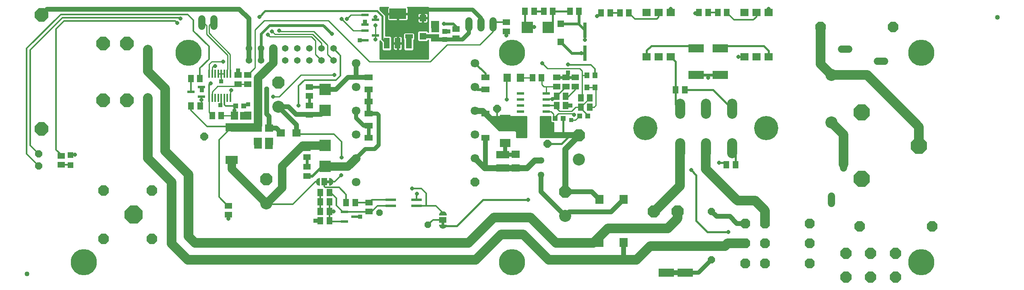
<source format=gtl>
G75*
%MOIN*%
%OFA0B0*%
%FSLAX25Y25*%
%IPPOS*%
%LPD*%
%AMOC8*
5,1,8,0,0,1.08239X$1,22.5*
%
%ADD10C,0.04000*%
%ADD11OC8,0.08850*%
%ADD12C,0.10000*%
%ADD13C,0.06000*%
%ADD14OC8,0.06000*%
%ADD15R,0.06693X0.04606*%
%ADD16R,0.12598X0.07087*%
%ADD17R,0.05118X0.05906*%
%ADD18R,0.07008X0.05984*%
%ADD19OC8,0.10000*%
%ADD20R,0.06693X0.07480*%
%ADD21C,0.05315*%
%ADD22OC8,0.08268*%
%ADD23C,0.07087*%
%ADD24OC8,0.07087*%
%ADD25OC8,0.13386*%
%ADD26OC8,0.11268*%
%ADD27C,0.20000*%
%ADD28OC8,0.08600*%
%ADD29OC8,0.15000*%
%ADD30C,0.08250*%
%ADD31R,0.01400X0.07100*%
%ADD32R,0.04331X0.03937*%
%ADD33R,0.05906X0.05118*%
%ADD34C,0.05906*%
%ADD35R,0.05512X0.05512*%
%ADD36R,0.04799X0.08799*%
%ADD37R,0.14173X0.08661*%
%ADD38R,0.06299X0.07087*%
%ADD39R,0.07087X0.06299*%
%ADD40R,0.03937X0.04331*%
%ADD41C,0.05400*%
%ADD42OC8,0.06496*%
%ADD43R,0.09843X0.07087*%
%ADD44R,0.09449X0.09449*%
%ADD45OC8,0.05400*%
%ADD46R,0.08661X0.02362*%
%ADD47R,0.04724X0.04724*%
%ADD48R,0.08661X0.07087*%
%ADD49R,0.10630X0.06299*%
%ADD50R,0.06100X0.02400*%
%ADD51R,0.03937X0.04724*%
%ADD52R,0.07098X0.06299*%
%ADD53R,0.06299X0.07098*%
%ADD54R,0.06000X0.05000*%
%ADD55C,0.00100*%
%ADD56R,0.01000X0.03500*%
%ADD57R,0.01000X0.02000*%
%ADD58R,0.03000X0.12800*%
%ADD59R,0.06890X0.05906*%
%ADD60R,0.06000X0.02200*%
%ADD61R,0.05000X0.06000*%
%ADD62R,0.03500X0.01000*%
%ADD63R,0.02000X0.01000*%
%ADD64OC8,0.05906*%
%ADD65OC8,0.09055*%
%ADD66C,0.21654*%
%ADD67C,0.08000*%
%ADD68C,0.04000*%
%ADD69C,0.01600*%
%ADD70OC8,0.03175*%
%ADD71C,0.01200*%
%ADD72C,0.07000*%
%ADD73C,0.02400*%
%ADD74C,0.03200*%
%ADD75C,0.01000*%
%ADD76C,0.05000*%
%ADD77C,0.03000*%
%ADD78R,0.03175X0.03175*%
%ADD79OC8,0.03962*%
D10*
X0070510Y0071925D03*
X0873660Y0284524D03*
D11*
X0787449Y0276364D03*
X0727449Y0276364D03*
X0759699Y0111364D03*
X0819699Y0111364D03*
D12*
X0736449Y0197364D03*
X0736449Y0236734D03*
X0527449Y0166864D03*
X0515949Y0120114D03*
X0268699Y0130364D03*
X0278699Y0210364D03*
D13*
X0736449Y0136350D02*
X0736449Y0130350D01*
X0746449Y0159878D02*
X0746449Y0165878D01*
X0774213Y0248114D02*
X0780213Y0248114D01*
X0750686Y0258114D02*
X0744686Y0258114D01*
D14*
X0636949Y0123864D03*
X0636949Y0083864D03*
X0170668Y0217896D03*
X0170668Y0257896D03*
D15*
X0353412Y0234864D03*
X0353412Y0224864D03*
X0353412Y0214864D03*
X0353412Y0204864D03*
X0353412Y0194864D03*
X0353412Y0184864D03*
X0449987Y0184864D03*
X0449987Y0204864D03*
X0449987Y0224864D03*
X0449987Y0234864D03*
D16*
X0624449Y0236841D03*
X0644449Y0236591D03*
X0644449Y0258638D03*
X0624449Y0258888D03*
X0615449Y0095138D03*
X0599699Y0095138D03*
X0599699Y0073091D03*
X0615449Y0073091D03*
D17*
X0649459Y0162364D03*
X0656940Y0162364D03*
X0536440Y0210114D03*
X0528959Y0210114D03*
X0528959Y0217864D03*
X0536440Y0217864D03*
X0516440Y0219114D03*
X0508959Y0219114D03*
X0508959Y0211364D03*
X0516440Y0211364D03*
X0496440Y0234364D03*
X0488959Y0234364D03*
X0607459Y0224364D03*
X0614940Y0224364D03*
X0626709Y0288364D03*
X0634190Y0288364D03*
X0642209Y0288364D03*
X0649690Y0288364D03*
X0568690Y0288114D03*
X0561209Y0288114D03*
X0553190Y0288114D03*
X0545709Y0288114D03*
X0527440Y0289364D03*
X0519959Y0289364D03*
X0505690Y0289364D03*
X0498209Y0289364D03*
X0490190Y0289364D03*
X0482709Y0289364D03*
X0231440Y0203114D03*
X0223959Y0203114D03*
X0213940Y0211114D03*
X0206459Y0211114D03*
X0206209Y0233864D03*
X0213690Y0233864D03*
X0313459Y0139364D03*
X0320940Y0139364D03*
X0320940Y0131614D03*
X0313459Y0131614D03*
X0313459Y0123864D03*
X0320940Y0123864D03*
X0320940Y0116114D03*
X0313459Y0116114D03*
X0334709Y0131114D03*
X0342190Y0131114D03*
D18*
X0583449Y0251827D03*
X0593449Y0251827D03*
X0603449Y0251827D03*
X0664199Y0251827D03*
X0674199Y0251827D03*
X0684199Y0251827D03*
X0684199Y0288402D03*
X0674199Y0288402D03*
X0664199Y0288402D03*
X0603449Y0288402D03*
X0593449Y0288402D03*
X0583449Y0288402D03*
D19*
X0527449Y0186864D03*
X0515949Y0140114D03*
X0589357Y0123614D03*
X0609042Y0123614D03*
X0278699Y0230364D03*
X0268699Y0150364D03*
D20*
X0544410Y0133581D03*
X0564489Y0133581D03*
X0564489Y0098148D03*
X0544410Y0098148D03*
D21*
X0495949Y0154209D03*
X0495949Y0166020D03*
D22*
X0664932Y0113900D03*
X0681467Y0113900D03*
X0718199Y0113900D03*
X0718199Y0097364D03*
X0681467Y0097364D03*
X0664932Y0097364D03*
X0664932Y0080829D03*
X0681467Y0080829D03*
X0718199Y0080829D03*
D23*
X0441412Y0167837D03*
X0441412Y0187522D03*
X0441412Y0207207D03*
X0441412Y0226892D03*
X0441412Y0246577D03*
X0342987Y0246577D03*
X0342987Y0226892D03*
X0342987Y0207207D03*
X0342987Y0187522D03*
X0342987Y0167837D03*
X0342987Y0148152D03*
D24*
X0441412Y0148152D03*
D25*
X0761455Y0150665D03*
X0808699Y0178224D03*
X0761455Y0205783D03*
D26*
X0153188Y0215626D03*
X0133503Y0215626D03*
X0082715Y0192004D03*
X0133503Y0262870D03*
X0153188Y0262870D03*
X0082715Y0286492D03*
D27*
X0582449Y0192614D03*
X0682449Y0192614D03*
D28*
X0174054Y0141138D03*
X0134054Y0141138D03*
X0134054Y0101138D03*
X0174054Y0101138D03*
D29*
X0159093Y0121138D03*
D30*
X0610949Y0172239D02*
X0610949Y0180489D01*
X0632449Y0180489D02*
X0632449Y0172239D01*
X0653949Y0172239D02*
X0653949Y0180489D01*
X0653949Y0204739D02*
X0653949Y0212989D01*
X0632449Y0212989D02*
X0632449Y0204739D01*
X0610949Y0204739D02*
X0610949Y0212989D01*
D31*
X0238963Y0217629D03*
X0236463Y0217629D03*
X0233963Y0217629D03*
X0231463Y0217629D03*
X0228963Y0217629D03*
X0226463Y0217629D03*
X0223963Y0217629D03*
X0221463Y0217629D03*
X0221463Y0237729D03*
X0223963Y0237729D03*
X0226463Y0237729D03*
X0228963Y0237729D03*
X0231463Y0237729D03*
X0233963Y0237729D03*
X0236463Y0237729D03*
X0238963Y0237729D03*
D32*
X0243353Y0211114D03*
X0250046Y0211114D03*
X0507603Y0200864D03*
X0514296Y0200864D03*
X0527853Y0202864D03*
X0534546Y0202864D03*
D33*
X0524449Y0227124D03*
X0516699Y0227124D03*
X0508949Y0227124D03*
X0508949Y0234604D03*
X0516699Y0234604D03*
X0524449Y0234604D03*
X0425699Y0267124D03*
X0425699Y0274604D03*
X0467199Y0272874D03*
X0467199Y0280354D03*
X0304199Y0226854D03*
X0304199Y0219374D03*
X0304199Y0211354D03*
X0304199Y0203874D03*
X0253199Y0229124D03*
X0245449Y0229124D03*
X0245449Y0236604D03*
X0253199Y0236604D03*
X0302449Y0176104D03*
X0302449Y0168624D03*
X0302449Y0160604D03*
X0302449Y0153124D03*
X0353699Y0131104D03*
X0353699Y0123624D03*
X0237308Y0121063D03*
X0237308Y0128543D03*
X0098949Y0162374D03*
X0098949Y0169854D03*
D34*
X0215199Y0277161D02*
X0215199Y0283067D01*
X0225199Y0283067D02*
X0225199Y0277161D01*
X0436199Y0275661D02*
X0436199Y0281567D01*
X0446199Y0281567D02*
X0446199Y0275661D01*
X0456199Y0275661D02*
X0456199Y0281567D01*
D35*
X0512199Y0279094D03*
X0512199Y0264134D03*
X0398199Y0268884D03*
X0398199Y0283844D03*
D36*
X0386548Y0262913D03*
X0377449Y0262913D03*
X0368351Y0262913D03*
D37*
X0377449Y0287315D03*
D38*
X0253211Y0203114D03*
X0242188Y0203114D03*
D39*
X0261699Y0192626D03*
X0270949Y0192626D03*
X0270949Y0181602D03*
X0261699Y0181602D03*
X0408449Y0267352D03*
X0408449Y0278376D03*
D40*
X0416449Y0272711D03*
X0416449Y0266018D03*
D41*
X0324199Y0258614D03*
X0314199Y0258614D03*
X0304199Y0258614D03*
X0294199Y0258614D03*
X0284199Y0258614D03*
X0274199Y0258614D03*
X0264199Y0258614D03*
X0254199Y0258614D03*
X0254199Y0248614D03*
X0264199Y0248614D03*
X0274199Y0248614D03*
X0284199Y0248614D03*
X0294199Y0248614D03*
X0304199Y0248614D03*
X0314199Y0248614D03*
X0324199Y0248614D03*
D42*
X0459699Y0208864D03*
X0501449Y0179614D03*
X0217199Y0185864D03*
D43*
X0239949Y0193447D03*
X0239949Y0166281D03*
D44*
X0317199Y0160953D03*
X0317199Y0178276D03*
X0317199Y0207453D03*
X0317199Y0224776D03*
X0484788Y0276114D03*
X0502111Y0276114D03*
D45*
X0362449Y0122614D03*
X0402449Y0112614D03*
D46*
X0393079Y0128364D03*
X0393079Y0133364D03*
X0371820Y0133364D03*
X0371820Y0128364D03*
D47*
X0106699Y0162230D03*
X0106699Y0170498D03*
D48*
X0466199Y0180325D03*
X0466199Y0200404D03*
D49*
X0464199Y0170876D03*
X0464199Y0159852D03*
D50*
X0479099Y0186364D03*
X0479099Y0191364D03*
X0479099Y0196364D03*
X0479099Y0201364D03*
X0479099Y0206364D03*
X0479099Y0211364D03*
X0479099Y0216364D03*
X0479099Y0221364D03*
X0500299Y0221364D03*
X0500299Y0216364D03*
X0500299Y0211364D03*
X0500299Y0206364D03*
X0500299Y0201364D03*
X0500299Y0196364D03*
X0500299Y0191364D03*
X0500299Y0186364D03*
D51*
X0533949Y0226246D03*
X0540699Y0226246D03*
X0540699Y0236482D03*
X0533949Y0236482D03*
D52*
X0474949Y0170963D03*
X0474949Y0159766D03*
D53*
X0479048Y0234364D03*
X0467851Y0234364D03*
D54*
X0414699Y0116864D03*
D55*
X0413699Y0114864D02*
X0415699Y0114864D01*
X0415699Y0112864D01*
X0417699Y0112864D01*
X0417642Y0112279D01*
X0417471Y0111716D01*
X0417194Y0111197D01*
X0416821Y0110743D01*
X0416366Y0110370D01*
X0415848Y0110093D01*
X0415285Y0109922D01*
X0414699Y0109864D01*
X0414114Y0109922D01*
X0413551Y0110093D01*
X0413033Y0110370D01*
X0412578Y0110743D01*
X0412205Y0111197D01*
X0411928Y0111716D01*
X0411757Y0112279D01*
X0411699Y0112864D01*
X0413699Y0112864D01*
X0413699Y0114864D01*
X0413699Y0114788D02*
X0415699Y0114788D01*
X0415699Y0114689D02*
X0413699Y0114689D01*
X0413699Y0114591D02*
X0415699Y0114591D01*
X0415699Y0114492D02*
X0413699Y0114492D01*
X0413699Y0114394D02*
X0415699Y0114394D01*
X0415699Y0114295D02*
X0413699Y0114295D01*
X0413699Y0114197D02*
X0415699Y0114197D01*
X0415699Y0114098D02*
X0413699Y0114098D01*
X0413699Y0114000D02*
X0415699Y0114000D01*
X0415699Y0113901D02*
X0413699Y0113901D01*
X0413699Y0113803D02*
X0415699Y0113803D01*
X0415699Y0113704D02*
X0413699Y0113704D01*
X0413699Y0113606D02*
X0415699Y0113606D01*
X0415699Y0113507D02*
X0413699Y0113507D01*
X0413699Y0113409D02*
X0415699Y0113409D01*
X0415699Y0113310D02*
X0413699Y0113310D01*
X0413699Y0113212D02*
X0415699Y0113212D01*
X0415699Y0113113D02*
X0413699Y0113113D01*
X0413699Y0113015D02*
X0415699Y0113015D01*
X0415699Y0112916D02*
X0413699Y0112916D01*
X0411714Y0112719D02*
X0417685Y0112719D01*
X0417676Y0112621D02*
X0411723Y0112621D01*
X0411733Y0112522D02*
X0417666Y0112522D01*
X0417656Y0112424D02*
X0411743Y0112424D01*
X0411753Y0112325D02*
X0417646Y0112325D01*
X0417626Y0112227D02*
X0411773Y0112227D01*
X0411803Y0112128D02*
X0417596Y0112128D01*
X0417566Y0112030D02*
X0411833Y0112030D01*
X0411863Y0111931D02*
X0417536Y0111931D01*
X0417506Y0111833D02*
X0411892Y0111833D01*
X0411922Y0111734D02*
X0417477Y0111734D01*
X0417428Y0111636D02*
X0411971Y0111636D01*
X0412024Y0111537D02*
X0417375Y0111537D01*
X0417323Y0111439D02*
X0412076Y0111439D01*
X0412129Y0111340D02*
X0417270Y0111340D01*
X0417217Y0111242D02*
X0412181Y0111242D01*
X0412250Y0111143D02*
X0417149Y0111143D01*
X0417068Y0111045D02*
X0412331Y0111045D01*
X0412411Y0110946D02*
X0416988Y0110946D01*
X0416907Y0110848D02*
X0412492Y0110848D01*
X0412573Y0110749D02*
X0416826Y0110749D01*
X0416708Y0110650D02*
X0412691Y0110650D01*
X0412811Y0110552D02*
X0416588Y0110552D01*
X0416468Y0110453D02*
X0412931Y0110453D01*
X0413060Y0110355D02*
X0416338Y0110355D01*
X0416154Y0110256D02*
X0413245Y0110256D01*
X0413429Y0110158D02*
X0415970Y0110158D01*
X0415738Y0110059D02*
X0413661Y0110059D01*
X0413985Y0109961D02*
X0415414Y0109961D01*
X0417695Y0112818D02*
X0411704Y0112818D01*
X0411699Y0120864D02*
X0411757Y0121449D01*
X0411928Y0122012D01*
X0412205Y0122531D01*
X0412578Y0122985D01*
X0413033Y0123359D01*
X0413551Y0123636D01*
X0414114Y0123807D01*
X0414699Y0123864D01*
X0415285Y0123807D01*
X0415848Y0123636D01*
X0416366Y0123359D01*
X0416821Y0122985D01*
X0417194Y0122531D01*
X0417471Y0122012D01*
X0417642Y0121449D01*
X0417699Y0120864D01*
X0411699Y0120864D01*
X0411703Y0120896D02*
X0417696Y0120896D01*
X0417687Y0120994D02*
X0411712Y0120994D01*
X0411722Y0121093D02*
X0417677Y0121093D01*
X0417667Y0121191D02*
X0411732Y0121191D01*
X0411741Y0121290D02*
X0417658Y0121290D01*
X0417648Y0121388D02*
X0411751Y0121388D01*
X0411768Y0121487D02*
X0417631Y0121487D01*
X0417601Y0121585D02*
X0411798Y0121585D01*
X0411828Y0121684D02*
X0417571Y0121684D01*
X0417541Y0121782D02*
X0411858Y0121782D01*
X0411888Y0121881D02*
X0417511Y0121881D01*
X0417481Y0121979D02*
X0411918Y0121979D01*
X0411963Y0122078D02*
X0417436Y0122078D01*
X0417383Y0122176D02*
X0412016Y0122176D01*
X0412068Y0122275D02*
X0417331Y0122275D01*
X0417278Y0122373D02*
X0412121Y0122373D01*
X0412173Y0122472D02*
X0417225Y0122472D01*
X0417161Y0122570D02*
X0412237Y0122570D01*
X0412318Y0122669D02*
X0417081Y0122669D01*
X0417000Y0122767D02*
X0412399Y0122767D01*
X0412480Y0122866D02*
X0416919Y0122866D01*
X0416838Y0122964D02*
X0412561Y0122964D01*
X0412672Y0123063D02*
X0416726Y0123063D01*
X0416606Y0123161D02*
X0412793Y0123161D01*
X0412913Y0123260D02*
X0416486Y0123260D01*
X0416366Y0123358D02*
X0413033Y0123358D01*
X0413217Y0123457D02*
X0416182Y0123457D01*
X0415998Y0123555D02*
X0413401Y0123555D01*
X0413611Y0123654D02*
X0415788Y0123654D01*
X0415463Y0123752D02*
X0413936Y0123752D01*
X0414566Y0123851D02*
X0414833Y0123851D01*
X0323709Y0147808D02*
X0323538Y0147246D01*
X0323261Y0146727D01*
X0322888Y0146272D01*
X0322433Y0145899D01*
X0321914Y0145622D01*
X0320766Y0145622D01*
X0320766Y0145721D02*
X0322099Y0145721D01*
X0322283Y0145819D02*
X0320766Y0145819D01*
X0320766Y0145918D02*
X0322455Y0145918D01*
X0322575Y0146016D02*
X0320766Y0146016D01*
X0320766Y0146115D02*
X0322695Y0146115D01*
X0322815Y0146213D02*
X0320766Y0146213D01*
X0320766Y0146312D02*
X0322920Y0146312D01*
X0323001Y0146410D02*
X0320766Y0146410D01*
X0320766Y0146509D02*
X0323082Y0146509D01*
X0323162Y0146607D02*
X0320766Y0146607D01*
X0320766Y0146706D02*
X0323243Y0146706D01*
X0323302Y0146804D02*
X0320766Y0146804D01*
X0320766Y0146903D02*
X0323355Y0146903D01*
X0323407Y0147001D02*
X0320766Y0147001D01*
X0320766Y0147100D02*
X0323460Y0147100D01*
X0323513Y0147198D02*
X0320766Y0147198D01*
X0320766Y0147297D02*
X0323554Y0147297D01*
X0323583Y0147395D02*
X0318766Y0147395D01*
X0318766Y0147394D02*
X0318766Y0149394D01*
X0320766Y0149394D01*
X0320766Y0151394D01*
X0321352Y0151336D01*
X0321914Y0151165D01*
X0322433Y0150888D01*
X0322888Y0150515D01*
X0323261Y0150060D01*
X0323538Y0149542D01*
X0323709Y0148979D01*
X0323766Y0148394D01*
X0323709Y0147808D01*
X0323703Y0147789D02*
X0318766Y0147789D01*
X0318766Y0147691D02*
X0323673Y0147691D01*
X0323643Y0147592D02*
X0318766Y0147592D01*
X0318766Y0147494D02*
X0323613Y0147494D01*
X0323717Y0147888D02*
X0318766Y0147888D01*
X0318766Y0147986D02*
X0323726Y0147986D01*
X0323736Y0148085D02*
X0318766Y0148085D01*
X0318766Y0148183D02*
X0323746Y0148183D01*
X0323755Y0148282D02*
X0318766Y0148282D01*
X0318766Y0148380D02*
X0323765Y0148380D01*
X0323758Y0148479D02*
X0318766Y0148479D01*
X0318766Y0148577D02*
X0323748Y0148577D01*
X0323739Y0148676D02*
X0318766Y0148676D01*
X0318766Y0148774D02*
X0323729Y0148774D01*
X0323719Y0148873D02*
X0318766Y0148873D01*
X0318766Y0148971D02*
X0323709Y0148971D01*
X0323681Y0149070D02*
X0318766Y0149070D01*
X0318766Y0149168D02*
X0323651Y0149168D01*
X0323621Y0149267D02*
X0318766Y0149267D01*
X0318766Y0149365D02*
X0323592Y0149365D01*
X0323562Y0149464D02*
X0320766Y0149464D01*
X0320766Y0149562D02*
X0323527Y0149562D01*
X0323474Y0149661D02*
X0320766Y0149661D01*
X0320766Y0149759D02*
X0323422Y0149759D01*
X0323369Y0149858D02*
X0320766Y0149858D01*
X0320766Y0149956D02*
X0323316Y0149956D01*
X0323264Y0150055D02*
X0320766Y0150055D01*
X0320766Y0150154D02*
X0323184Y0150154D01*
X0323104Y0150252D02*
X0320766Y0150252D01*
X0320766Y0150351D02*
X0323023Y0150351D01*
X0322942Y0150449D02*
X0320766Y0150449D01*
X0320766Y0150548D02*
X0322848Y0150548D01*
X0322728Y0150646D02*
X0320766Y0150646D01*
X0320766Y0150745D02*
X0322608Y0150745D01*
X0322488Y0150843D02*
X0320766Y0150843D01*
X0320766Y0150942D02*
X0322333Y0150942D01*
X0322149Y0151040D02*
X0320766Y0151040D01*
X0320766Y0151139D02*
X0321964Y0151139D01*
X0321678Y0151237D02*
X0320766Y0151237D01*
X0320766Y0151336D02*
X0321353Y0151336D01*
X0320766Y0147394D02*
X0318766Y0147394D01*
X0320766Y0147394D02*
X0320766Y0145394D01*
X0321352Y0145451D01*
X0321914Y0145622D01*
X0321590Y0145523D02*
X0320766Y0145523D01*
X0320766Y0145425D02*
X0321084Y0145425D01*
X0312766Y0145425D02*
X0312449Y0145425D01*
X0312181Y0145451D02*
X0311618Y0145622D01*
X0311100Y0145899D01*
X0310645Y0146272D01*
X0310272Y0146727D01*
X0309995Y0147246D01*
X0309824Y0147808D01*
X0309766Y0148394D01*
X0309824Y0148979D01*
X0309995Y0149542D01*
X0310272Y0150060D01*
X0310645Y0150515D01*
X0311100Y0150888D01*
X0311618Y0151165D01*
X0312181Y0151336D01*
X0312766Y0151394D01*
X0312766Y0145394D01*
X0312181Y0145451D01*
X0311943Y0145523D02*
X0312766Y0145523D01*
X0312766Y0145622D02*
X0311619Y0145622D01*
X0311434Y0145721D02*
X0312766Y0145721D01*
X0312766Y0145819D02*
X0311250Y0145819D01*
X0311077Y0145918D02*
X0312766Y0145918D01*
X0312766Y0146016D02*
X0310957Y0146016D01*
X0310837Y0146115D02*
X0312766Y0146115D01*
X0312766Y0146213D02*
X0310717Y0146213D01*
X0310613Y0146312D02*
X0312766Y0146312D01*
X0312766Y0146410D02*
X0310532Y0146410D01*
X0310451Y0146509D02*
X0312766Y0146509D01*
X0312766Y0146607D02*
X0310370Y0146607D01*
X0310290Y0146706D02*
X0312766Y0146706D01*
X0312766Y0146804D02*
X0310231Y0146804D01*
X0310178Y0146903D02*
X0312766Y0146903D01*
X0312766Y0147001D02*
X0310125Y0147001D01*
X0310073Y0147100D02*
X0312766Y0147100D01*
X0312766Y0147198D02*
X0310020Y0147198D01*
X0309979Y0147297D02*
X0312766Y0147297D01*
X0312766Y0147395D02*
X0309949Y0147395D01*
X0309920Y0147494D02*
X0312766Y0147494D01*
X0312766Y0147592D02*
X0309890Y0147592D01*
X0309860Y0147691D02*
X0312766Y0147691D01*
X0312766Y0147789D02*
X0309830Y0147789D01*
X0309816Y0147888D02*
X0312766Y0147888D01*
X0312766Y0147986D02*
X0309807Y0147986D01*
X0309797Y0148085D02*
X0312766Y0148085D01*
X0312766Y0148183D02*
X0309787Y0148183D01*
X0309777Y0148282D02*
X0312766Y0148282D01*
X0312766Y0148380D02*
X0309768Y0148380D01*
X0309775Y0148479D02*
X0312766Y0148479D01*
X0312766Y0148577D02*
X0309784Y0148577D01*
X0309794Y0148676D02*
X0312766Y0148676D01*
X0312766Y0148774D02*
X0309804Y0148774D01*
X0309814Y0148873D02*
X0312766Y0148873D01*
X0312766Y0148971D02*
X0309823Y0148971D01*
X0309852Y0149070D02*
X0312766Y0149070D01*
X0312766Y0149168D02*
X0309881Y0149168D01*
X0309911Y0149267D02*
X0312766Y0149267D01*
X0312766Y0149365D02*
X0309941Y0149365D01*
X0309971Y0149464D02*
X0312766Y0149464D01*
X0312766Y0149562D02*
X0310006Y0149562D01*
X0310058Y0149661D02*
X0312766Y0149661D01*
X0312766Y0149759D02*
X0310111Y0149759D01*
X0310164Y0149858D02*
X0312766Y0149858D01*
X0312766Y0149956D02*
X0310216Y0149956D01*
X0310269Y0150055D02*
X0312766Y0150055D01*
X0312766Y0150154D02*
X0310348Y0150154D01*
X0310429Y0150252D02*
X0312766Y0150252D01*
X0312766Y0150351D02*
X0310510Y0150351D01*
X0310591Y0150449D02*
X0312766Y0150449D01*
X0312766Y0150548D02*
X0310685Y0150548D01*
X0310805Y0150646D02*
X0312766Y0150646D01*
X0312766Y0150745D02*
X0310925Y0150745D01*
X0311045Y0150843D02*
X0312766Y0150843D01*
X0312766Y0150942D02*
X0311200Y0150942D01*
X0311384Y0151040D02*
X0312766Y0151040D01*
X0312766Y0151139D02*
X0311568Y0151139D01*
X0311855Y0151237D02*
X0312766Y0151237D01*
X0312766Y0151336D02*
X0312180Y0151336D01*
D56*
X0414699Y0111864D03*
D57*
X0414699Y0122614D03*
D58*
X0532199Y0254864D03*
X0532199Y0273864D03*
D59*
X0293601Y0188864D03*
X0280802Y0188864D03*
D60*
X0214949Y0218614D03*
X0206449Y0222614D03*
X0214949Y0226614D03*
X0350449Y0265364D03*
X0358949Y0269364D03*
X0350449Y0273364D03*
X0350449Y0278364D03*
X0358949Y0282364D03*
X0350449Y0286364D03*
X0333449Y0123364D03*
X0341949Y0119364D03*
X0333449Y0115364D03*
D61*
X0316766Y0148394D03*
D62*
X0321766Y0148394D03*
D63*
X0311016Y0148394D03*
D64*
X0080353Y0161413D03*
X0080353Y0171413D03*
D65*
X0748199Y0089049D03*
X0768699Y0089049D03*
X0789199Y0089049D03*
X0789199Y0069364D03*
X0768699Y0069364D03*
X0748199Y0069364D03*
D66*
X0810668Y0081768D03*
X0472085Y0081768D03*
X0117755Y0081768D03*
X0204369Y0254996D03*
X0472085Y0254996D03*
X0810668Y0254996D03*
D67*
X0765829Y0236734D02*
X0808699Y0193864D01*
X0808699Y0178224D01*
X0746449Y0187364D02*
X0746449Y0162878D01*
X0746449Y0187364D02*
X0736449Y0197364D01*
X0632449Y0176364D02*
X0632449Y0158864D01*
X0658699Y0132614D01*
X0673199Y0132614D01*
X0681467Y0124346D01*
X0681467Y0114132D01*
X0664932Y0097364D02*
X0650449Y0097364D01*
X0648223Y0095138D01*
X0615449Y0095138D01*
X0599699Y0095138D01*
X0586223Y0095138D01*
X0574949Y0083864D01*
X0564449Y0083864D01*
X0502449Y0083864D01*
X0481449Y0104864D01*
X0462949Y0104864D01*
X0441949Y0083864D01*
X0203699Y0083864D01*
X0190449Y0097114D01*
X0190449Y0148114D01*
X0179074Y0159489D01*
X0174668Y0163896D01*
X0170668Y0167896D01*
X0170668Y0217896D01*
X0184949Y0225364D02*
X0184949Y0173864D01*
X0204449Y0154364D01*
X0204449Y0103114D01*
X0209699Y0097864D01*
X0435949Y0097864D01*
X0456949Y0118864D01*
X0487449Y0118864D01*
X0508449Y0097864D01*
X0539449Y0097864D01*
X0551449Y0109864D01*
X0600949Y0109864D01*
X0609042Y0117957D01*
X0609042Y0123614D01*
X0589699Y0123614D02*
X0610949Y0144864D01*
X0610949Y0176364D01*
X0589699Y0123614D02*
X0589357Y0123614D01*
X0727449Y0245734D02*
X0736449Y0236734D01*
X0765829Y0236734D01*
X0727449Y0245734D02*
X0727449Y0276364D01*
X0184949Y0225364D02*
X0170668Y0239646D01*
X0170668Y0257896D01*
D68*
X0246449Y0291114D02*
X0254199Y0283364D01*
X0254199Y0258614D01*
X0254199Y0248614D01*
X0264199Y0248614D02*
X0264199Y0258614D01*
X0326449Y0224864D02*
X0336449Y0234864D01*
X0343449Y0234864D01*
X0342987Y0235327D01*
X0342987Y0246577D01*
X0343449Y0234864D02*
X0353412Y0234864D01*
X0326449Y0224864D02*
X0317288Y0224864D01*
X0317199Y0224776D01*
X0293199Y0204114D02*
X0286949Y0210364D01*
X0278699Y0210364D01*
X0293601Y0195463D01*
X0293601Y0188864D01*
X0280802Y0188864D02*
X0277040Y0192626D01*
X0270949Y0192626D01*
X0270949Y0202364D01*
X0268949Y0204364D01*
X0268949Y0225114D01*
X0313861Y0204114D02*
X0317199Y0207453D01*
X0313861Y0204114D02*
X0304199Y0204114D01*
X0304199Y0203874D01*
X0304199Y0204114D02*
X0293199Y0204114D01*
X0449987Y0184864D02*
X0449987Y0161065D01*
X0451199Y0159852D01*
X0495949Y0154209D02*
X0495949Y0140114D01*
X0515949Y0120114D01*
X0519199Y0123364D01*
X0553949Y0123364D01*
X0564166Y0133581D01*
X0564489Y0133581D01*
X0544410Y0133581D02*
X0537877Y0140114D01*
X0515949Y0140114D01*
X0539449Y0097864D02*
X0544127Y0097864D01*
X0544410Y0098148D01*
X0564489Y0098148D02*
X0564489Y0083904D01*
X0564449Y0083864D01*
X0599699Y0073091D02*
X0615449Y0073091D01*
X0657914Y0113900D02*
X0652199Y0119614D01*
X0641199Y0119614D01*
X0636949Y0123864D01*
X0657914Y0113900D02*
X0664914Y0113900D01*
X0246449Y0291114D02*
X0087337Y0291114D01*
X0082715Y0286492D01*
D69*
X0262949Y0284864D02*
X0267699Y0289614D01*
X0360449Y0289614D01*
X0364699Y0285364D01*
X0364699Y0266565D01*
X0368351Y0262913D01*
X0368351Y0261963D01*
X0368699Y0261614D01*
X0406949Y0273864D02*
X0408449Y0278376D01*
X0416449Y0272711D02*
X0419449Y0272614D01*
X0482709Y0278193D02*
X0484788Y0276114D01*
X0485038Y0276364D01*
X0490449Y0276364D01*
X0484788Y0276114D02*
X0484538Y0276364D01*
X0482709Y0278193D02*
X0482709Y0289364D01*
X0490190Y0289364D02*
X0498209Y0289364D01*
X0505690Y0289364D02*
X0519959Y0289364D01*
X0505690Y0289364D02*
X0505690Y0279693D01*
X0502111Y0276114D01*
X0583449Y0257114D02*
X0583449Y0251827D01*
X0583449Y0257114D02*
X0587199Y0260864D01*
X0626199Y0260864D01*
X0625949Y0260614D01*
X0624449Y0258888D01*
X0644449Y0258638D02*
X0644449Y0260114D01*
X0644949Y0260614D01*
X0680199Y0260614D01*
X0684199Y0256614D01*
X0684199Y0251827D01*
X0664199Y0251827D02*
X0659487Y0251827D01*
X0659449Y0251864D01*
X0607459Y0247817D02*
X0603449Y0251827D01*
X0607459Y0247817D02*
X0607459Y0224364D01*
X0607459Y0212354D01*
X0610949Y0208864D01*
X0614940Y0224364D02*
X0638449Y0224364D01*
X0653949Y0208864D01*
X0653949Y0176364D02*
X0656940Y0173374D01*
X0656940Y0162364D01*
X0649459Y0162364D02*
X0647709Y0164114D01*
X0643449Y0164114D01*
X0624449Y0153864D02*
X0620199Y0158114D01*
X0624449Y0153864D02*
X0624449Y0116114D01*
X0633699Y0106864D01*
X0650949Y0106864D01*
X0485449Y0133364D02*
X0447949Y0133364D01*
X0426449Y0111864D01*
X0414699Y0111864D01*
X0269449Y0177114D02*
X0269449Y0180102D01*
X0270949Y0181602D01*
X0242188Y0203114D02*
X0242188Y0207352D01*
X0242188Y0209699D01*
X0243353Y0211114D01*
X0242199Y0207364D02*
X0242188Y0207352D01*
X0441412Y0246577D02*
X0449987Y0238002D01*
X0449987Y0234864D01*
X0514296Y0200864D02*
X0514296Y0187268D01*
X0514449Y0187114D01*
X0520449Y0187114D02*
X0512949Y0179614D01*
X0501449Y0179614D01*
X0603487Y0288364D02*
X0603449Y0291364D01*
X0603449Y0288402D02*
X0603487Y0288364D01*
D70*
X0603449Y0291364D03*
X0623699Y0287864D03*
X0684449Y0291364D03*
X0659449Y0251864D03*
X0634449Y0234364D03*
X0529449Y0254864D03*
X0532199Y0265864D03*
X0490449Y0276364D03*
X0467199Y0269364D03*
X0415699Y0279114D03*
X0358949Y0277864D03*
X0358949Y0284614D03*
X0335449Y0283114D03*
X0330949Y0283114D03*
X0322949Y0270614D03*
X0358949Y0266114D03*
X0324949Y0236614D03*
X0274199Y0218614D03*
X0295449Y0211364D03*
X0242199Y0207364D03*
X0214949Y0216114D03*
X0239699Y0224114D03*
X0222699Y0229864D03*
X0226199Y0244114D03*
X0232949Y0247864D03*
X0269949Y0270114D03*
X0273449Y0272864D03*
X0279199Y0273364D03*
X0262949Y0284864D03*
X0197699Y0283364D03*
X0194949Y0279614D03*
X0467699Y0216364D03*
X0505199Y0216614D03*
X0523199Y0203864D03*
X0518449Y0245364D03*
X0496949Y0246364D03*
X0542449Y0285364D03*
X0330949Y0168364D03*
X0330699Y0153864D03*
X0389449Y0142614D03*
X0393199Y0138364D03*
X0324449Y0123864D03*
X0237199Y0117614D03*
X0110449Y0170614D03*
X0485449Y0133364D03*
X0620199Y0158114D03*
X0643449Y0164114D03*
X0650949Y0106864D03*
D71*
X0414699Y0116864D02*
X0406699Y0116864D01*
X0402449Y0112614D01*
X0414699Y0122614D02*
X0408829Y0128484D01*
X0400949Y0128484D01*
X0393079Y0128484D01*
X0393079Y0128364D01*
X0400949Y0128484D02*
X0400949Y0138614D01*
X0396949Y0142614D01*
X0389449Y0142614D01*
X0393199Y0138364D02*
X0393079Y0138244D01*
X0393079Y0133364D01*
X0371820Y0133364D02*
X0355959Y0133364D01*
X0353699Y0131104D01*
X0353690Y0131114D01*
X0342190Y0131114D01*
X0334709Y0131114D02*
X0334699Y0131124D01*
X0334699Y0137864D01*
X0328949Y0143614D01*
X0317449Y0143614D01*
X0316766Y0144297D01*
X0316766Y0148394D01*
X0321766Y0148394D02*
X0325229Y0148394D01*
X0330699Y0153864D01*
X0311016Y0148394D02*
X0309229Y0148394D01*
X0290699Y0129864D01*
X0269199Y0129864D01*
X0268699Y0130364D01*
X0237308Y0128543D02*
X0236770Y0128543D01*
X0229699Y0135614D01*
X0229699Y0183197D01*
X0239949Y0193447D01*
X0239282Y0194114D01*
X0219699Y0194114D01*
X0206449Y0207364D01*
X0206449Y0211104D01*
X0206459Y0211114D01*
X0213940Y0211114D02*
X0214949Y0212124D01*
X0221449Y0217643D02*
X0221463Y0217629D01*
X0221449Y0217643D02*
X0221449Y0228614D01*
X0222699Y0229864D01*
X0214949Y0226614D02*
X0215199Y0224864D01*
X0215199Y0224114D01*
X0206459Y0222624D02*
X0206449Y0222614D01*
X0206449Y0233624D01*
X0206209Y0233864D01*
X0213690Y0233864D02*
X0213690Y0242354D01*
X0221199Y0249864D01*
X0221199Y0260364D01*
X0208449Y0273114D01*
X0208449Y0282114D01*
X0203699Y0286864D01*
X0098699Y0286864D01*
X0070449Y0258614D01*
X0070449Y0171317D01*
X0080353Y0161413D01*
X0080353Y0162461D01*
X0098949Y0162374D02*
X0106556Y0162374D01*
X0106699Y0162230D01*
X0106699Y0170498D02*
X0110333Y0170498D01*
X0110449Y0170614D01*
X0098949Y0170614D02*
X0094699Y0174864D01*
X0094699Y0274864D01*
X0101199Y0281364D01*
X0193199Y0281364D01*
X0194949Y0279614D01*
X0197699Y0283364D02*
X0196949Y0284114D01*
X0099949Y0284114D01*
X0073199Y0257364D01*
X0073199Y0178567D01*
X0080353Y0171413D01*
X0098949Y0170614D02*
X0098949Y0169854D01*
X0230699Y0211614D02*
X0231463Y0212378D01*
X0231463Y0217629D01*
X0233949Y0217615D02*
X0233963Y0217629D01*
X0233949Y0217615D02*
X0233949Y0212114D01*
X0234949Y0211114D01*
X0243353Y0211114D01*
X0260032Y0193447D02*
X0260853Y0192626D01*
X0261699Y0192626D01*
X0293601Y0188864D02*
X0294851Y0187614D01*
X0324699Y0187614D01*
X0330949Y0181364D01*
X0330949Y0168364D01*
X0321949Y0139364D02*
X0320940Y0139364D01*
X0321949Y0139364D02*
X0326699Y0134614D01*
X0326699Y0128614D01*
X0331949Y0123364D01*
X0333449Y0123364D01*
X0353440Y0123364D01*
X0353699Y0123624D01*
X0355959Y0123624D01*
X0360699Y0128364D01*
X0371820Y0128364D01*
X0346199Y0119364D02*
X0341949Y0119364D01*
X0333449Y0115364D02*
X0321690Y0115364D01*
X0320940Y0116114D01*
X0320940Y0123864D01*
X0324449Y0123864D01*
X0320940Y0123864D02*
X0320940Y0131614D01*
X0313459Y0131614D02*
X0313459Y0123864D01*
X0313459Y0116114D02*
X0309449Y0116114D01*
X0313459Y0131614D02*
X0313459Y0139364D01*
X0237308Y0121063D02*
X0237199Y0120955D01*
X0237199Y0117614D01*
X0459699Y0200404D02*
X0459699Y0208864D01*
X0467699Y0216364D02*
X0467699Y0234213D01*
X0467851Y0234364D01*
X0506449Y0217864D02*
X0508959Y0219114D01*
X0506449Y0217864D02*
X0505199Y0216614D01*
X0500549Y0216614D01*
X0500299Y0216364D01*
X0500299Y0211364D02*
X0508959Y0211364D01*
X0540699Y0236482D02*
X0540699Y0241614D01*
X0537199Y0245114D01*
X0518699Y0245114D01*
X0518449Y0245364D01*
X0532199Y0265864D02*
X0532199Y0273864D01*
X0542449Y0285364D02*
X0545199Y0288114D01*
X0545709Y0288114D01*
X0553190Y0288114D02*
X0561209Y0288114D01*
X0568690Y0288114D02*
X0573690Y0283114D01*
X0591949Y0283114D01*
X0593449Y0284614D01*
X0593449Y0288402D01*
X0623699Y0287864D02*
X0626709Y0288364D01*
X0634190Y0288364D02*
X0642209Y0288364D01*
X0649690Y0288364D02*
X0655690Y0282364D01*
X0671699Y0282364D01*
X0674199Y0284864D01*
X0674199Y0288402D01*
X0684199Y0288402D02*
X0684449Y0288652D01*
X0684449Y0291364D01*
X0467199Y0280354D02*
X0457940Y0280354D01*
X0456199Y0278614D01*
X0467199Y0272874D02*
X0467199Y0269364D01*
X0388199Y0268614D02*
X0386548Y0266963D01*
X0386548Y0262913D01*
X0358949Y0282364D02*
X0358949Y0284614D01*
X0329949Y0252864D02*
X0324199Y0258614D01*
X0329949Y0252864D02*
X0329949Y0236114D01*
X0326199Y0232364D01*
X0300199Y0232364D01*
X0295449Y0227614D01*
X0295449Y0211364D01*
D72*
X0261699Y0195114D02*
X0261699Y0234364D01*
X0274199Y0246864D01*
X0274199Y0248614D01*
X0274199Y0258614D01*
X0261699Y0195114D02*
X0260032Y0193447D01*
X0239949Y0193447D01*
X0281699Y0161364D02*
X0298611Y0178276D01*
X0302699Y0178276D01*
X0317199Y0178276D01*
X0336103Y0160953D02*
X0342987Y0167837D01*
X0336103Y0160953D02*
X0317199Y0160953D01*
X0281699Y0161364D02*
X0281699Y0143364D01*
X0268699Y0130364D01*
X0239949Y0159114D01*
X0239949Y0166281D01*
D73*
X0302449Y0168624D02*
X0302449Y0160604D01*
X0306699Y0153114D02*
X0314538Y0160953D01*
X0317199Y0160953D01*
X0306699Y0153114D02*
X0302459Y0153114D01*
X0302449Y0153124D01*
X0302449Y0176104D02*
X0302449Y0178026D01*
X0302699Y0178276D01*
X0304199Y0211354D02*
X0304199Y0219374D01*
X0315121Y0226854D02*
X0317199Y0224776D01*
X0315121Y0226854D02*
X0304199Y0226854D01*
X0264199Y0258614D02*
X0264199Y0270864D01*
X0271199Y0277864D01*
X0315699Y0277864D01*
X0322949Y0270614D01*
X0415699Y0279114D02*
X0423449Y0279114D01*
X0425699Y0276864D01*
X0425699Y0274604D01*
X0512199Y0279094D02*
X0527420Y0279094D01*
X0527440Y0279114D01*
X0527440Y0278624D01*
X0532199Y0273864D01*
X0527440Y0279114D02*
X0527440Y0289364D01*
X0512199Y0264134D02*
X0521469Y0254864D01*
X0529449Y0254864D01*
X0532199Y0254864D01*
X0532449Y0254864D01*
X0524449Y0234604D02*
X0516699Y0234604D01*
X0508949Y0234604D01*
X0449987Y0224864D02*
X0443440Y0224864D01*
X0441412Y0226892D01*
X0624449Y0236841D02*
X0634449Y0236841D01*
X0634449Y0234364D01*
X0634449Y0236841D02*
X0644199Y0236841D01*
X0644449Y0236591D01*
D74*
X0466199Y0180325D02*
X0466199Y0172876D01*
X0464199Y0170876D01*
X0474863Y0170876D01*
X0474949Y0170963D01*
X0361699Y0178614D02*
X0358449Y0175364D01*
X0350514Y0175364D01*
X0342987Y0167837D01*
X0361699Y0178614D02*
X0361699Y0203364D01*
X0360199Y0204864D01*
X0353412Y0204864D01*
X0353412Y0214864D01*
X0342987Y0207207D02*
X0342949Y0207169D01*
X0342949Y0201114D01*
X0349199Y0194864D01*
X0353412Y0194864D01*
X0409784Y0266018D02*
X0408449Y0267352D01*
X0406918Y0268884D01*
X0398199Y0268884D01*
X0409784Y0266018D02*
X0416449Y0266018D01*
X0425699Y0266018D01*
X0425699Y0267124D01*
X0425699Y0266018D02*
X0430853Y0266018D01*
X0436199Y0271364D01*
X0436199Y0278614D01*
X0446199Y0278614D02*
X0446199Y0283614D01*
X0439199Y0290614D01*
X0397949Y0290614D01*
X0398199Y0290364D01*
X0398199Y0283844D01*
X0626176Y0073091D02*
X0636949Y0083864D01*
X0626176Y0073091D02*
X0615449Y0073091D01*
D75*
X0506199Y0185114D02*
X0495399Y0185114D01*
X0495399Y0202364D01*
X0503938Y0202364D01*
X0503938Y0198274D01*
X0504816Y0197396D01*
X0506199Y0197396D01*
X0506199Y0185114D01*
X0506199Y0185927D02*
X0495399Y0185927D01*
X0495399Y0186925D02*
X0506199Y0186925D01*
X0506199Y0187924D02*
X0495399Y0187924D01*
X0495399Y0188922D02*
X0506199Y0188922D01*
X0506199Y0189921D02*
X0495399Y0189921D01*
X0495399Y0190919D02*
X0506199Y0190919D01*
X0506199Y0191918D02*
X0495399Y0191918D01*
X0495399Y0192916D02*
X0506199Y0192916D01*
X0506199Y0193915D02*
X0495399Y0193915D01*
X0495399Y0194913D02*
X0506199Y0194913D01*
X0506199Y0195912D02*
X0495399Y0195912D01*
X0495399Y0196910D02*
X0506199Y0196910D01*
X0504303Y0197909D02*
X0495399Y0197909D01*
X0495399Y0198907D02*
X0503938Y0198907D01*
X0503938Y0199906D02*
X0495399Y0199906D01*
X0495399Y0200904D02*
X0503938Y0200904D01*
X0503938Y0201903D02*
X0495399Y0201903D01*
X0504199Y0206364D02*
X0506199Y0204364D01*
X0506199Y0202268D01*
X0507603Y0200864D01*
X0507603Y0201018D01*
X0507949Y0201364D01*
X0507949Y0202364D01*
X0510199Y0204614D01*
X0522449Y0204614D01*
X0523199Y0203864D01*
X0521199Y0206614D02*
X0511449Y0206614D01*
X0508949Y0209114D01*
X0508949Y0211354D01*
X0508959Y0211364D01*
X0504199Y0206364D02*
X0500299Y0206364D01*
X0483999Y0202364D02*
X0483999Y0185114D01*
X0475699Y0185114D01*
X0475699Y0189614D01*
X0474449Y0190864D01*
X0461199Y0190864D01*
X0453699Y0198364D01*
X0453699Y0202364D01*
X0483999Y0202364D01*
X0483999Y0201903D02*
X0453699Y0201903D01*
X0453699Y0200904D02*
X0483999Y0200904D01*
X0483999Y0199906D02*
X0453699Y0199906D01*
X0453699Y0198907D02*
X0483999Y0198907D01*
X0483999Y0197909D02*
X0454155Y0197909D01*
X0455153Y0196910D02*
X0483999Y0196910D01*
X0483999Y0195912D02*
X0456152Y0195912D01*
X0457150Y0194913D02*
X0483999Y0194913D01*
X0483999Y0193915D02*
X0458149Y0193915D01*
X0459147Y0192916D02*
X0483999Y0192916D01*
X0483999Y0191918D02*
X0460146Y0191918D01*
X0461144Y0190919D02*
X0483999Y0190919D01*
X0483999Y0189921D02*
X0475393Y0189921D01*
X0475699Y0188922D02*
X0483999Y0188922D01*
X0483999Y0187924D02*
X0475699Y0187924D01*
X0475699Y0186925D02*
X0483999Y0186925D01*
X0483999Y0185927D02*
X0475699Y0185927D01*
X0520949Y0199364D02*
X0524353Y0199364D01*
X0527853Y0202864D01*
X0528959Y0209104D02*
X0534546Y0203518D01*
X0534546Y0202864D01*
X0528959Y0209104D02*
X0528959Y0210114D01*
X0524699Y0210114D01*
X0521199Y0206614D01*
X0520199Y0211364D02*
X0516440Y0211364D01*
X0517440Y0218864D02*
X0516440Y0219114D01*
X0517440Y0218864D02*
X0518449Y0218864D01*
X0524449Y0224864D01*
X0524449Y0227124D01*
X0516699Y0227124D02*
X0516699Y0227114D01*
X0508959Y0219374D01*
X0508959Y0219114D01*
X0508959Y0218124D01*
X0500299Y0221364D02*
X0500299Y0226974D01*
X0500449Y0227124D01*
X0498190Y0227124D01*
X0496699Y0228614D01*
X0496699Y0234104D01*
X0496440Y0234364D01*
X0488959Y0234364D02*
X0479048Y0234364D01*
X0496949Y0246364D02*
X0501199Y0242114D01*
X0527949Y0242114D01*
X0529949Y0240114D01*
X0529949Y0236614D01*
X0530081Y0236482D01*
X0533949Y0236482D01*
X0529949Y0236614D02*
X0529949Y0217614D01*
X0529699Y0217864D01*
X0528959Y0217864D01*
X0536440Y0217864D02*
X0536440Y0217594D01*
X0528959Y0210114D01*
X0536440Y0210114D02*
X0539949Y0210114D01*
X0541449Y0211614D01*
X0541449Y0225496D01*
X0540699Y0226246D01*
X0533949Y0226246D01*
X0516699Y0225864D02*
X0516699Y0227124D01*
X0508949Y0227124D02*
X0500449Y0227124D01*
X0516699Y0234604D02*
X0518449Y0236354D01*
X0518449Y0238614D01*
X0456199Y0272614D02*
X0445199Y0261614D01*
X0418199Y0261614D01*
X0404449Y0247864D01*
X0353949Y0247864D01*
X0319949Y0281864D01*
X0266949Y0281864D01*
X0259199Y0274114D01*
X0259199Y0242604D01*
X0253199Y0236604D01*
X0245449Y0236604D02*
X0245209Y0238104D01*
X0245199Y0240364D01*
X0238963Y0241100D02*
X0238699Y0241364D01*
X0238699Y0253778D01*
X0221199Y0271278D01*
X0221199Y0277614D01*
X0223699Y0280114D01*
X0225199Y0280114D01*
X0219199Y0277614D02*
X0216699Y0280114D01*
X0215199Y0280114D01*
X0219199Y0277614D02*
X0219199Y0270450D01*
X0236699Y0252950D01*
X0236699Y0241364D01*
X0236463Y0241128D01*
X0236463Y0237729D01*
X0233963Y0237729D02*
X0231463Y0237729D01*
X0228963Y0237729D01*
X0231463Y0237729D02*
X0231463Y0233600D01*
X0231449Y0231364D01*
X0228449Y0227364D02*
X0243690Y0227364D01*
X0245449Y0229124D01*
X0253199Y0229124D01*
X0239699Y0224114D02*
X0238963Y0223378D01*
X0238963Y0217629D01*
X0250046Y0211114D02*
X0253699Y0212364D01*
X0253211Y0203114D02*
X0250199Y0203114D01*
X0248699Y0201364D01*
X0242188Y0203114D02*
X0231440Y0203114D01*
X0223959Y0203114D02*
X0221463Y0205610D01*
X0221463Y0217629D01*
X0223949Y0217643D02*
X0223963Y0217629D01*
X0223949Y0217643D02*
X0223949Y0222864D01*
X0228449Y0227364D01*
X0223963Y0237729D02*
X0223949Y0237743D01*
X0223949Y0243114D01*
X0224949Y0244114D01*
X0226199Y0244114D01*
X0223699Y0247864D02*
X0232949Y0247864D01*
X0223699Y0247864D02*
X0221463Y0245628D01*
X0221463Y0237729D01*
X0238963Y0237729D02*
X0238963Y0241100D01*
X0279199Y0218614D02*
X0297199Y0236614D01*
X0324949Y0236614D01*
X0324199Y0248614D02*
X0319199Y0253614D01*
X0319199Y0261364D01*
X0307949Y0272614D01*
X0280199Y0272614D01*
X0279449Y0273364D01*
X0279199Y0273364D01*
X0275949Y0270364D02*
X0273449Y0272864D01*
X0275949Y0270364D02*
X0306949Y0270364D01*
X0314199Y0263114D01*
X0314199Y0258614D01*
X0309199Y0253614D02*
X0309199Y0265114D01*
X0305949Y0268364D01*
X0271699Y0268364D01*
X0269949Y0270114D01*
X0309199Y0253614D02*
X0314199Y0248614D01*
X0345949Y0265364D02*
X0350449Y0265364D01*
X0358949Y0266114D02*
X0358949Y0269364D01*
X0358949Y0277864D01*
X0367199Y0277790D02*
X0402699Y0277790D01*
X0402699Y0278788D02*
X0367199Y0278788D01*
X0367199Y0279787D02*
X0402699Y0279787D01*
X0401996Y0280290D02*
X0401754Y0280048D01*
X0401457Y0279877D01*
X0401127Y0279789D01*
X0398699Y0279789D01*
X0398699Y0283344D01*
X0397699Y0283344D01*
X0397699Y0279789D01*
X0395272Y0279789D01*
X0394942Y0279877D01*
X0394645Y0280048D01*
X0394403Y0280290D01*
X0394232Y0280587D01*
X0394144Y0280917D01*
X0394144Y0283345D01*
X0397699Y0283345D01*
X0397699Y0284344D01*
X0394144Y0284344D01*
X0394144Y0286772D01*
X0394232Y0287102D01*
X0394403Y0287399D01*
X0394645Y0287641D01*
X0394942Y0287812D01*
X0395272Y0287900D01*
X0397699Y0287900D01*
X0397699Y0284345D01*
X0398699Y0284345D01*
X0398699Y0287900D01*
X0401127Y0287900D01*
X0401457Y0287812D01*
X0401754Y0287641D01*
X0401996Y0287399D01*
X0402167Y0287102D01*
X0402255Y0286772D01*
X0402255Y0284344D01*
X0398700Y0284344D01*
X0398700Y0283345D01*
X0402255Y0283345D01*
X0402255Y0280917D01*
X0402167Y0280587D01*
X0401996Y0280290D01*
X0402220Y0280785D02*
X0402699Y0280785D01*
X0402699Y0281784D02*
X0402255Y0281784D01*
X0402255Y0282782D02*
X0402699Y0282782D01*
X0402699Y0283781D02*
X0398700Y0283781D01*
X0398699Y0284779D02*
X0397699Y0284779D01*
X0397699Y0283781D02*
X0385836Y0283781D01*
X0385836Y0282813D02*
X0385836Y0286815D01*
X0377950Y0286815D01*
X0377950Y0287815D01*
X0385836Y0287815D01*
X0385836Y0291817D01*
X0385747Y0292147D01*
X0385576Y0292444D01*
X0385382Y0292638D01*
X0402699Y0292638D01*
X0402699Y0272184D01*
X0402655Y0272184D01*
X0402655Y0272344D01*
X0401660Y0273340D01*
X0394739Y0273340D01*
X0393744Y0272344D01*
X0393744Y0265424D01*
X0394739Y0264428D01*
X0401660Y0264428D01*
X0402655Y0265424D01*
X0402655Y0265584D01*
X0402699Y0265584D01*
X0402699Y0250114D01*
X0362699Y0250114D01*
X0362699Y0265029D01*
X0363283Y0264446D01*
X0364251Y0263477D01*
X0364251Y0257810D01*
X0365247Y0256814D01*
X0371455Y0256814D01*
X0372451Y0257810D01*
X0372451Y0268017D01*
X0371455Y0269013D01*
X0367199Y0269013D01*
X0367199Y0285861D01*
X0366819Y0286780D01*
X0362699Y0290900D01*
X0362699Y0292638D01*
X0369517Y0292638D01*
X0369323Y0292444D01*
X0369151Y0292147D01*
X0369063Y0291817D01*
X0369063Y0287815D01*
X0376949Y0287815D01*
X0376949Y0286815D01*
X0369063Y0286815D01*
X0369063Y0282813D01*
X0369151Y0282482D01*
X0369323Y0282186D01*
X0369565Y0281944D01*
X0369861Y0281773D01*
X0370192Y0281684D01*
X0376949Y0281684D01*
X0376949Y0286815D01*
X0377949Y0286815D01*
X0377949Y0281684D01*
X0384707Y0281684D01*
X0385038Y0281773D01*
X0385334Y0281944D01*
X0385576Y0282186D01*
X0385747Y0282482D01*
X0385836Y0282813D01*
X0385828Y0282782D02*
X0394144Y0282782D01*
X0394144Y0281784D02*
X0385057Y0281784D01*
X0385836Y0284779D02*
X0394144Y0284779D01*
X0394144Y0285778D02*
X0385836Y0285778D01*
X0385836Y0286776D02*
X0394145Y0286776D01*
X0394878Y0287775D02*
X0377950Y0287775D01*
X0377949Y0286776D02*
X0376949Y0286776D01*
X0376949Y0285778D02*
X0377949Y0285778D01*
X0377949Y0284779D02*
X0376949Y0284779D01*
X0376949Y0283781D02*
X0377949Y0283781D01*
X0377949Y0282782D02*
X0376949Y0282782D01*
X0376949Y0281784D02*
X0377949Y0281784D01*
X0369842Y0281784D02*
X0367199Y0281784D01*
X0367199Y0282782D02*
X0369071Y0282782D01*
X0369063Y0283781D02*
X0367199Y0283781D01*
X0367199Y0284779D02*
X0369063Y0284779D01*
X0369063Y0285778D02*
X0367199Y0285778D01*
X0366821Y0286776D02*
X0369063Y0286776D01*
X0369063Y0288773D02*
X0364826Y0288773D01*
X0365824Y0287775D02*
X0376949Y0287775D01*
X0369063Y0289772D02*
X0363827Y0289772D01*
X0362829Y0290770D02*
X0369063Y0290770D01*
X0369063Y0291769D02*
X0362699Y0291769D01*
X0350449Y0286364D02*
X0338699Y0286364D01*
X0335449Y0283114D01*
X0330949Y0283114D02*
X0340699Y0273364D01*
X0350449Y0273364D01*
X0367199Y0273796D02*
X0402699Y0273796D01*
X0402699Y0274794D02*
X0367199Y0274794D01*
X0367199Y0275793D02*
X0402699Y0275793D01*
X0402699Y0276791D02*
X0367199Y0276791D01*
X0367199Y0272797D02*
X0394197Y0272797D01*
X0393744Y0271799D02*
X0390594Y0271799D01*
X0390491Y0271902D02*
X0382908Y0271902D01*
X0381912Y0270906D01*
X0381912Y0266323D01*
X0382448Y0265786D01*
X0382448Y0257810D01*
X0383444Y0256814D01*
X0389652Y0256814D01*
X0390647Y0257810D01*
X0390647Y0265483D01*
X0391487Y0266323D01*
X0391487Y0270906D01*
X0390491Y0271902D01*
X0391487Y0270800D02*
X0393744Y0270800D01*
X0393744Y0269802D02*
X0391487Y0269802D01*
X0391487Y0268803D02*
X0393744Y0268803D01*
X0393744Y0267805D02*
X0391487Y0267805D01*
X0391487Y0266806D02*
X0393744Y0266806D01*
X0393744Y0265808D02*
X0390972Y0265808D01*
X0390647Y0264809D02*
X0394358Y0264809D01*
X0390647Y0263810D02*
X0402699Y0263810D01*
X0402699Y0262812D02*
X0390647Y0262812D01*
X0390647Y0261813D02*
X0402699Y0261813D01*
X0402699Y0260815D02*
X0390647Y0260815D01*
X0390647Y0259816D02*
X0402699Y0259816D01*
X0402699Y0258818D02*
X0390647Y0258818D01*
X0390647Y0257819D02*
X0402699Y0257819D01*
X0402699Y0256821D02*
X0389659Y0256821D01*
X0383437Y0256821D02*
X0371462Y0256821D01*
X0372451Y0257819D02*
X0373950Y0257819D01*
X0374010Y0257716D02*
X0374252Y0257474D01*
X0374548Y0257302D01*
X0374879Y0257214D01*
X0376949Y0257214D01*
X0376949Y0262413D01*
X0373750Y0262413D01*
X0373750Y0258343D01*
X0373838Y0258012D01*
X0374010Y0257716D01*
X0373750Y0258818D02*
X0372451Y0258818D01*
X0372451Y0259816D02*
X0373750Y0259816D01*
X0373750Y0260815D02*
X0372451Y0260815D01*
X0372451Y0261813D02*
X0373750Y0261813D01*
X0373750Y0263413D02*
X0376949Y0263413D01*
X0376949Y0262413D01*
X0377949Y0262413D01*
X0377949Y0257214D01*
X0380020Y0257214D01*
X0380351Y0257302D01*
X0380647Y0257474D01*
X0380889Y0257716D01*
X0381060Y0258012D01*
X0381149Y0258343D01*
X0381149Y0262413D01*
X0377950Y0262413D01*
X0377950Y0263413D01*
X0381149Y0263413D01*
X0381149Y0267484D01*
X0381060Y0267815D01*
X0380889Y0268111D01*
X0380647Y0268353D01*
X0380351Y0268524D01*
X0380020Y0268613D01*
X0377949Y0268613D01*
X0377949Y0263413D01*
X0376949Y0263413D01*
X0376949Y0268613D01*
X0374879Y0268613D01*
X0374548Y0268524D01*
X0374252Y0268353D01*
X0374010Y0268111D01*
X0373838Y0267815D01*
X0373750Y0267484D01*
X0373750Y0263413D01*
X0373750Y0263810D02*
X0372451Y0263810D01*
X0372451Y0262812D02*
X0376949Y0262812D01*
X0376949Y0263810D02*
X0377949Y0263810D01*
X0377950Y0262812D02*
X0382448Y0262812D01*
X0382448Y0263810D02*
X0381149Y0263810D01*
X0381149Y0264809D02*
X0382448Y0264809D01*
X0382427Y0265808D02*
X0381149Y0265808D01*
X0381149Y0266806D02*
X0381912Y0266806D01*
X0381912Y0267805D02*
X0381063Y0267805D01*
X0381912Y0268803D02*
X0371665Y0268803D01*
X0372451Y0267805D02*
X0373836Y0267805D01*
X0373750Y0266806D02*
X0372451Y0266806D01*
X0372451Y0265808D02*
X0373750Y0265808D01*
X0373750Y0264809D02*
X0372451Y0264809D01*
X0376949Y0264809D02*
X0377949Y0264809D01*
X0377949Y0265808D02*
X0376949Y0265808D01*
X0376949Y0266806D02*
X0377949Y0266806D01*
X0377949Y0267805D02*
X0376949Y0267805D01*
X0381912Y0269802D02*
X0367199Y0269802D01*
X0367199Y0270800D02*
X0381912Y0270800D01*
X0382805Y0271799D02*
X0367199Y0271799D01*
X0362920Y0264809D02*
X0362699Y0264809D01*
X0362699Y0263810D02*
X0363918Y0263810D01*
X0364251Y0262812D02*
X0362699Y0262812D01*
X0362699Y0261813D02*
X0364251Y0261813D01*
X0364251Y0260815D02*
X0362699Y0260815D01*
X0362699Y0259816D02*
X0364251Y0259816D01*
X0364251Y0258818D02*
X0362699Y0258818D01*
X0362699Y0257819D02*
X0364251Y0257819D01*
X0365240Y0256821D02*
X0362699Y0256821D01*
X0362699Y0255822D02*
X0402699Y0255822D01*
X0402699Y0254824D02*
X0362699Y0254824D01*
X0362699Y0253825D02*
X0402699Y0253825D01*
X0402699Y0252827D02*
X0362699Y0252827D01*
X0362699Y0251828D02*
X0402699Y0251828D01*
X0402699Y0250830D02*
X0362699Y0250830D01*
X0376949Y0257819D02*
X0377949Y0257819D01*
X0377949Y0258818D02*
X0376949Y0258818D01*
X0376949Y0259816D02*
X0377949Y0259816D01*
X0377949Y0260815D02*
X0376949Y0260815D01*
X0376949Y0261813D02*
X0377949Y0261813D01*
X0381149Y0261813D02*
X0382448Y0261813D01*
X0382448Y0260815D02*
X0381149Y0260815D01*
X0381149Y0259816D02*
X0382448Y0259816D01*
X0382448Y0258818D02*
X0381149Y0258818D01*
X0380949Y0257819D02*
X0382448Y0257819D01*
X0402041Y0264809D02*
X0402699Y0264809D01*
X0402699Y0272797D02*
X0402202Y0272797D01*
X0398699Y0280785D02*
X0397699Y0280785D01*
X0397699Y0281784D02*
X0398699Y0281784D01*
X0398699Y0282782D02*
X0397699Y0282782D01*
X0397699Y0285778D02*
X0398699Y0285778D01*
X0398699Y0286776D02*
X0397699Y0286776D01*
X0397699Y0287775D02*
X0398699Y0287775D01*
X0401521Y0287775D02*
X0402699Y0287775D01*
X0402699Y0288773D02*
X0385836Y0288773D01*
X0385836Y0289772D02*
X0402699Y0289772D01*
X0402699Y0290770D02*
X0385836Y0290770D01*
X0385836Y0291769D02*
X0402699Y0291769D01*
X0402699Y0286776D02*
X0402254Y0286776D01*
X0402255Y0285778D02*
X0402699Y0285778D01*
X0402699Y0284779D02*
X0402255Y0284779D01*
X0394179Y0280785D02*
X0367199Y0280785D01*
X0350449Y0280864D02*
X0350449Y0278364D01*
X0456199Y0278614D02*
X0456199Y0272614D01*
X0484788Y0276114D02*
X0487199Y0273703D01*
X0487199Y0272114D01*
X0279199Y0218614D02*
X0274199Y0218614D01*
X0214949Y0218614D02*
X0214949Y0216114D01*
X0214949Y0212124D01*
X0260199Y0180102D02*
X0261699Y0181602D01*
X0260199Y0180102D02*
X0260199Y0177364D01*
D76*
X0441412Y0167837D02*
X0449396Y0159852D01*
X0451199Y0159852D01*
X0464199Y0159852D01*
X0464286Y0159766D01*
X0474949Y0159766D01*
X0475048Y0159864D01*
X0484449Y0159864D01*
X0490605Y0166020D01*
X0495949Y0166020D01*
X0475446Y0159270D02*
X0474949Y0159766D01*
X0515949Y0175364D02*
X0527449Y0186864D01*
X0527199Y0187114D01*
X0520449Y0187114D01*
X0514449Y0187114D01*
X0502449Y0187114D01*
X0478699Y0199364D02*
X0478449Y0199614D01*
X0466449Y0199614D01*
X0466199Y0199864D01*
X0466199Y0200404D01*
X0459699Y0200404D01*
X0454448Y0200404D01*
X0449987Y0204864D01*
X0447644Y0207207D01*
X0441412Y0207207D01*
X0515949Y0175364D02*
X0515949Y0140114D01*
X0515449Y0140114D01*
X0515294Y0120114D02*
X0515949Y0120114D01*
D77*
X0353412Y0184864D02*
X0353412Y0194864D01*
X0353412Y0214864D02*
X0353412Y0224864D01*
D78*
X0253699Y0212364D03*
X0248699Y0204364D03*
X0248699Y0201364D03*
X0230699Y0211614D03*
X0215199Y0224114D03*
X0231449Y0231364D03*
X0245199Y0240364D03*
X0345949Y0265364D03*
X0385199Y0268614D03*
X0388199Y0268614D03*
X0406949Y0273864D03*
X0409949Y0273864D03*
X0419449Y0272614D03*
X0350449Y0280864D03*
X0518449Y0238614D03*
X0520199Y0211364D03*
X0520949Y0199364D03*
X0346199Y0119364D03*
X0309449Y0116114D03*
X0272449Y0177114D03*
X0269449Y0177114D03*
X0263199Y0177364D03*
X0260199Y0177364D03*
D79*
X0268949Y0225114D03*
M02*

</source>
